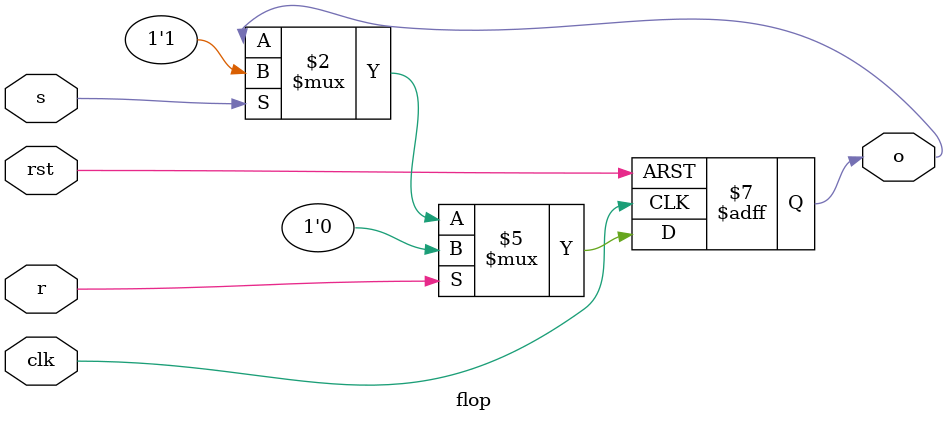
<source format=v>
module flop(
	input clk, rst, s, r,
	output reg o
);
	always@(posedge clk, posedge rst) begin
		if(rst) o <= 1'b0;
		else begin
			if(r) o <= 1'b0;
			else if(s) o <= 1'b1;
		end
	end
endmodule
</source>
